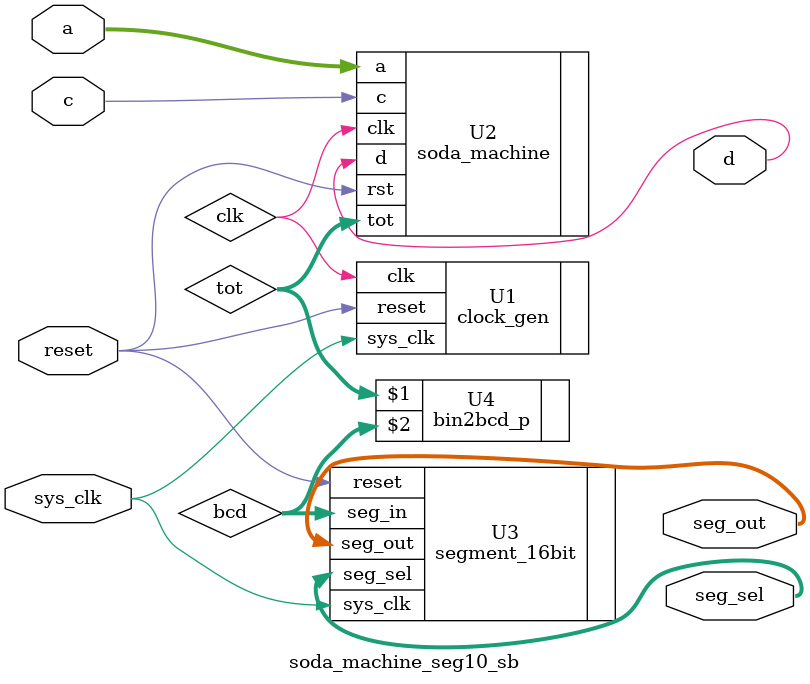
<source format=sv>
module soda_machine_seg10_sb(
    input logic sys_clk, reset, c,
    input logic [7:0] a,
    output logic [7:0] seg_out,
    output logic [3:0] seg_sel, 
    output logic d);
//
logic clk;
logic [7:0] tot;
logic [15:0] bcd;
//
clock_gen #(24) U1 (.sys_clk(sys_clk), .reset(reset), .clk(clk));
soda_machine U2 (.clk(clk), .rst(reset), .c(c), .a(a), .tot(tot), .d(d));
/* segment_16bit U3 (.sys_clk(sys_clk), .reset(reset), .seg_in(tot), .seg_sel(seg_sel), .seg_out(seg_out)); */
bin2bcd_p #(8) U4(tot, bcd); 
segment_16bit U3 (.sys_clk(sys_clk), .reset(reset), .seg_in(bcd), .seg_sel(seg_sel), .seg_out(seg_out)); 
//
endmodule


</source>
